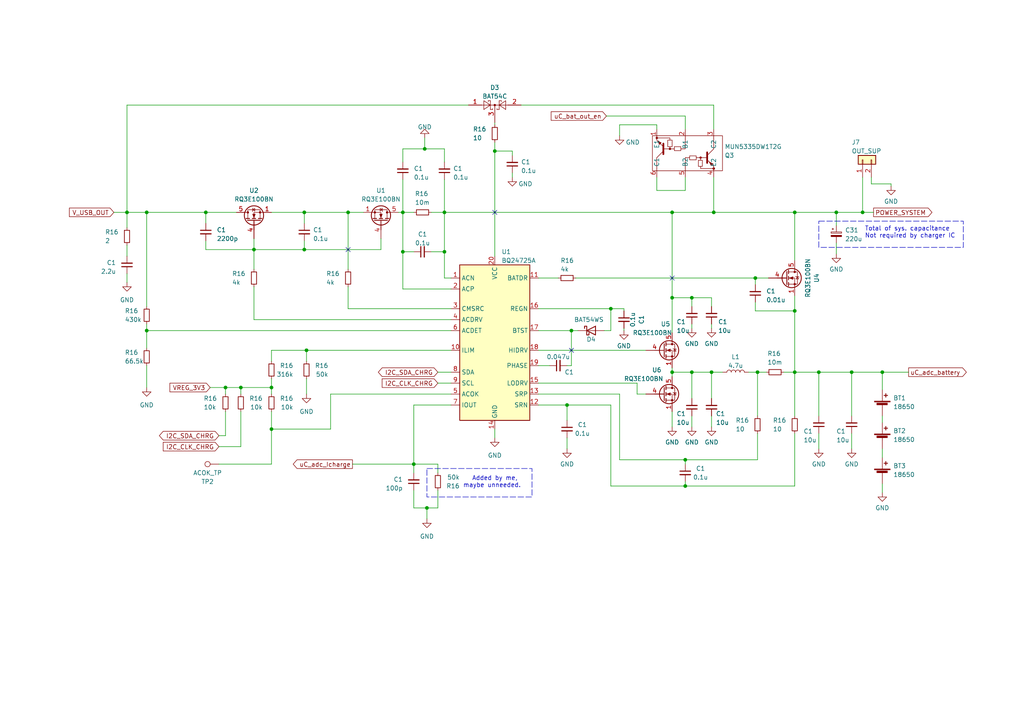
<source format=kicad_sch>
(kicad_sch (version 20230121) (generator eeschema)
  (paper "A4")
  (lib_symbols
    (symbol "BRTs:MUN5335DW1T2G"
      (property "Reference" "Q" (at -10.16 6.35 0))
      (property "Value" "MUN5335DW1T2G" (at -2.54 4.445 0))
      (symbol "MUN5335DW1T2G_0_1"
        (circle (center -30.48 -3.175) (radius 0.254) (fill (type outline)))
        (rectangle (start -27.305 -0.635) (end -26.035 -2.54))
        (circle (center -26.67 0) (radius 0.254) (fill (type outline)))
        (rectangle (start -25.4 0.508) (end -23.495 -0.635))
        (rectangle (start -20.955 3.175) (end -19.05 2.032))
        (rectangle (start -18.415 5.08) (end -17.272 3.302))
        (circle (center -17.78 2.54) (radius 0.254) (fill (type outline)))
        (circle (center -13.97 5.715) (radius 0.284) (fill (type outline)))
        (polyline (pts (xy -30.48 -3.175) (xy -30.48 -2.54)))
        (polyline (pts (xy -28.575 1.524) (xy -28.575 -1.524)) (stroke (width 0.508)))
        (polyline (pts (xy -28.448 0) (xy -25.4 0)))
        (polyline (pts (xy -17.78 3.175) (xy -17.78 2.54)))
        (polyline (pts (xy -16.002 2.54) (xy -19.05 2.54)))
        (polyline (pts (xy -15.875 1.016) (xy -15.875 4.064)) (stroke (width 0.508)))
        (polyline (pts (xy -13.97 5.715) (xy -13.97 5.08)))
        (polyline (pts (xy -26.67 -2.54) (xy -26.67 -3.175) (xy -30.48 -3.175)))
        (polyline (pts (xy -17.78 5.08) (xy -17.78 5.715) (xy -13.97 5.715)))
        (polyline (pts (xy -14.224 4.318) (xy -14.732 4.826) (xy -15.24 3.81) (xy -14.224 4.318) (xy -14.224 4.318)) (fill (type outline)))
      )
      (symbol "MUN5335DW1T2G_1_1"
        (polyline (pts (xy -30.48 5.715) (xy -30.48 2.54)))
        (polyline (pts (xy -28.575 0.635) (xy -30.48 2.54)))
        (polyline (pts (xy -26.67 -0.635) (xy -26.67 0)))
        (polyline (pts (xy -15.875 1.905) (xy -13.97 0)))
        (polyline (pts (xy -13.97 -3.175) (xy -13.97 0)))
        (polyline (pts (xy -28.575 -0.635) (xy -30.48 -2.54) (xy -30.48 -2.54)))
        (polyline (pts (xy -22.225 -3.175) (xy -22.225 0) (xy -23.495 0)))
        (polyline (pts (xy -22.225 5.715) (xy -22.225 2.54) (xy -20.955 2.54)))
        (polyline (pts (xy -15.875 3.175) (xy -13.97 5.08) (xy -13.97 5.08)))
        (polyline (pts (xy -29.21 -1.778) (xy -29.718 -1.27) (xy -30.226 -2.286) (xy -29.21 -1.778) (xy -29.21 -1.778)) (fill (type outline)))
        (polyline (pts (xy -12.7 6.35) (xy -31.75 6.35) (xy -31.75 -3.81) (xy -11.43 -3.81) (xy -11.43 6.35) (xy -12.7 6.35)))
        (pin passive line (at -30.48 -5.715 90) (length 2.54) (name "E1") (number "1"))
        (pin input line (at -22.225 -5.715 90) (length 2.54) (name "B1") (number "2"))
        (pin passive line (at -13.97 -5.715 90) (length 2.54) (name "C2") (number "3"))
        (pin passive line (at -13.97 8.255 270) (length 2.54) (name "E2") (number "4"))
        (pin input line (at -22.225 8.255 270) (length 2.54) (name "B2") (number "5"))
        (pin passive line (at -30.48 8.255 270) (length 2.54) (name "C1") (number "6"))
      )
    )
    (symbol "Connector:TestPoint" (pin_numbers hide) (pin_names (offset 0.762) hide)
      (property "Reference" "TP" (at 0 6.858 0))
      (property "Value" "TestPoint" (at 0 5.08 0))
      (symbol "TestPoint_0_1"
        (circle (center 0 3.302) (radius 0.762))
      )
      (symbol "TestPoint_1_1"
        (pin passive line (at 0 0 90) (length 2.54) (name "1") (number "1"))
      )
    )
    (symbol "Connector_Generic:Conn_01x02" (pin_names (offset 1.016) hide)
      (property "Reference" "J" (at 0 2.54 0))
      (property "Value" "Conn_01x02" (at 0 -5.08 0))
      (symbol "Conn_01x02_1_1"
        (rectangle (start -1.27 -2.413) (end 0 -2.667) (stroke (width 0.1524)))
        (rectangle (start -1.27 0.127) (end 0 -0.127) (stroke (width 0.1524)))
        (rectangle (start -1.27 1.27) (end 1.27 -3.81) (stroke (width 0.254)) (fill (type background)))
        (pin passive line (at -5.08 0 0) (length 3.81) (name "Pin_1") (number "1"))
        (pin passive line (at -5.08 -2.54 0) (length 3.81) (name "Pin_2") (number "2"))
      )
    )
    (symbol "Device:Battery_Cell" (pin_numbers hide) (pin_names (offset 0) hide)
      (property "Reference" "BT" (at 2.54 2.54 0))
      (property "Value" "Battery_Cell" (at 2.54 0 0))
      (symbol "Battery_Cell_0_1"
        (rectangle (start -2.286 1.778) (end 2.286 1.524) (fill (type outline)))
        (rectangle (start -1.5748 1.1938) (end 1.4732 0.6858) (fill (type outline)))
        (polyline (pts (xy 0 0.762) (xy 0 0)))
        (polyline (pts (xy 0 1.778) (xy 0 2.54)))
        (polyline (pts (xy 0.508 3.429) (xy 1.524 3.429)) (stroke (width 0.254)))
        (polyline (pts (xy 1.016 3.937) (xy 1.016 2.921)) (stroke (width 0.254)))
      )
      (symbol "Battery_Cell_1_1"
        (pin passive line (at 0 5.08 270) (length 2.54) (name "+") (number "1"))
        (pin passive line (at 0 -2.54 90) (length 2.54) (name "-") (number "2"))
      )
    )
    (symbol "Device:C_Polarized_Small" (pin_numbers hide) (pin_names (offset 0.254) hide)
      (property "Reference" "C" (at 0.254 1.778 0))
      (property "Value" "C_Polarized_Small" (at 0.254 -2.032 0))
      (symbol "C_Polarized_Small_0_1"
        (rectangle (start -1.524 -0.3048) (end 1.524 -0.6858) (fill (type outline)))
        (rectangle (start -1.524 0.6858) (end 1.524 0.3048))
        (polyline (pts (xy -1.27 1.524) (xy -0.762 1.524)))
        (polyline (pts (xy -1.016 1.27) (xy -1.016 1.778)))
      )
      (symbol "C_Polarized_Small_1_1"
        (pin passive line (at 0 2.54 270) (length 1.8542) (name "~") (number "1"))
        (pin passive line (at 0 -2.54 90) (length 1.8542) (name "~") (number "2"))
      )
    )
    (symbol "Device:C_Small" (pin_numbers hide) (pin_names (offset 0.254) hide)
      (property "Reference" "C" (at 0.254 1.778 0))
      (property "Value" "C_Small" (at 0.254 -2.032 0))
      (symbol "C_Small_0_1"
        (polyline (pts (xy -1.524 -0.508) (xy 1.524 -0.508)) (stroke (width 0.3302)))
        (polyline (pts (xy -1.524 0.508) (xy 1.524 0.508)) (stroke (width 0.3048)))
      )
      (symbol "C_Small_1_1"
        (pin passive line (at 0 2.54 270) (length 2.032) (name "~") (number "1"))
        (pin passive line (at 0 -2.54 90) (length 2.032) (name "~") (number "2"))
      )
    )
    (symbol "Device:D_Schottky" (pin_numbers hide) (pin_names (offset 1.016) hide)
      (property "Reference" "D" (at 0 2.54 0))
      (property "Value" "D_Schottky" (at 0 -2.54 0))
      (symbol "D_Schottky_0_1"
        (polyline (pts (xy 1.27 0) (xy -1.27 0)))
        (polyline (pts (xy 1.27 1.27) (xy 1.27 -1.27) (xy -1.27 0) (xy 1.27 1.27)) (stroke (width 0.254)))
        (polyline (pts (xy -1.905 0.635) (xy -1.905 1.27) (xy -1.27 1.27) (xy -1.27 -1.27) (xy -0.635 -1.27) (xy -0.635 -0.635)) (stroke (width 0.254)))
      )
      (symbol "D_Schottky_1_1"
        (pin passive line (at -3.81 0 0) (length 2.54) (name "K") (number "1"))
        (pin passive line (at 3.81 0 180) (length 2.54) (name "A") (number "2"))
      )
    )
    (symbol "Device:L" (pin_numbers hide) (pin_names (offset 1.016) hide)
      (property "Reference" "L" (at -1.27 0 90))
      (property "Value" "L" (at 1.905 0 90))
      (symbol "L_0_1"
        (arc (start 0 -2.54) (mid 0.6323 -1.905) (end 0 -1.27))
        (arc (start 0 -1.27) (mid 0.6323 -0.635) (end 0 0))
        (arc (start 0 0) (mid 0.6323 0.635) (end 0 1.27))
        (arc (start 0 1.27) (mid 0.6323 1.905) (end 0 2.54))
      )
      (symbol "L_1_1"
        (pin passive line (at 0 3.81 270) (length 1.27) (name "1") (number "1"))
        (pin passive line (at 0 -3.81 90) (length 1.27) (name "2") (number "2"))
      )
    )
    (symbol "Device:R_Small" (pin_numbers hide) (pin_names (offset 0.254) hide)
      (property "Reference" "R" (at 0.762 0.508 0))
      (property "Value" "R_Small" (at 0.762 -1.016 0))
      (symbol "R_Small_0_1"
        (rectangle (start -0.762 1.778) (end 0.762 -1.778) (stroke (width 0.2032)))
      )
      (symbol "R_Small_1_1"
        (pin passive line (at 0 2.54 270) (length 0.762) (name "~") (number "1"))
        (pin passive line (at 0 -2.54 90) (length 0.762) (name "~") (number "2"))
      )
    )
    (symbol "Diode:BAT54C" (pin_names (offset 1.016))
      (property "Reference" "D" (at 0.635 -3.81 0))
      (property "Value" "BAT54C" (at -6.35 3.175 0))
      (symbol "BAT54C_0_1"
        (polyline (pts (xy -1.905 0) (xy 1.905 0)))
        (polyline (pts (xy -1.905 1.27) (xy -1.905 1.016)))
        (polyline (pts (xy -1.27 -1.27) (xy -0.635 -1.27)))
        (polyline (pts (xy -1.27 0) (xy -3.81 0)))
        (polyline (pts (xy -1.27 1.27) (xy -1.905 1.27)))
        (polyline (pts (xy -1.27 1.27) (xy -1.27 -1.27)))
        (polyline (pts (xy -0.635 -1.27) (xy -0.635 -1.016)))
        (polyline (pts (xy 0.635 -1.27) (xy 0.635 -1.016)))
        (polyline (pts (xy 1.27 -1.27) (xy 0.635 -1.27)))
        (polyline (pts (xy 1.27 1.27) (xy 1.27 -1.27)))
        (polyline (pts (xy 1.27 1.27) (xy 1.905 1.27)))
        (polyline (pts (xy 1.905 1.27) (xy 1.905 1.016)))
        (polyline (pts (xy 3.81 0) (xy 1.27 0)))
        (polyline (pts (xy -3.175 -1.27) (xy -3.175 1.27) (xy -1.27 0) (xy -3.175 -1.27)))
        (polyline (pts (xy 3.175 -1.27) (xy 3.175 1.27) (xy 1.27 0) (xy 3.175 -1.27)))
        (circle (center 0 0) (radius 0.254) (fill (type outline)))
      )
      (symbol "BAT54C_1_1"
        (pin passive line (at -7.62 0 0) (length 3.81) (name "~") (number "1"))
        (pin passive line (at 7.62 0 180) (length 3.81) (name "~") (number "2"))
        (pin passive line (at 0 -5.08 90) (length 5.08) (name "~") (number "3"))
      )
    )
    (symbol "RQ3E100BN_1"
      (property "Reference" "U" (at 1.905 3.175 0))
      (property "Value" "RQ3E100BN" (at 6.985 1.27 0))
      (symbol "RQ3E100BN_1_0_1"
        (circle (center -0.889 -1.27) (radius 2.794) (stroke (width 0.254)))
        (circle (center 0 -3.048) (radius 0.254) (fill (type outline)))
        (polyline (pts (xy -2.286 -1.27) (xy -5.08 -1.27)))
        (polyline (pts (xy -2.286 0.635) (xy -2.286 -3.175)) (stroke (width 0.254)))
        (polyline (pts (xy -1.778 -2.54) (xy -1.778 -3.556)) (stroke (width 0.254)))
        (polyline (pts (xy -1.778 -0.762) (xy -1.778 -1.778)) (stroke (width 0.254)))
        (polyline (pts (xy -1.778 1.016) (xy -1.778 0)) (stroke (width 0.254)))
        (polyline (pts (xy 0 1.27) (xy 0 0.508)))
        (polyline (pts (xy 0 -3.81) (xy 0 -1.27) (xy -1.778 -1.27)))
        (polyline (pts (xy -1.778 -3.048) (xy 0.762 -3.048) (xy 0.762 0.508) (xy -1.778 0.508)))
        (polyline (pts (xy -1.524 -1.27) (xy -0.508 -0.889) (xy -0.508 -1.651) (xy -1.524 -1.27)) (fill (type outline)))
        (polyline (pts (xy 0.254 -0.762) (xy 0.381 -0.889) (xy 1.143 -0.889) (xy 1.27 -1.016)))
        (polyline (pts (xy 0.762 -0.889) (xy 0.381 -1.524) (xy 1.143 -1.524) (xy 0.762 -0.889)))
        (circle (center 0 0.508) (radius 0.254) (fill (type outline)))
      )
      (symbol "RQ3E100BN_1_1_1"
        (pin passive line (at 0 -6.35 90) (length 2.54) (name "") (number "1"))
        (pin passive line (at 0 -6.35 90) (length 2.54) hide (name "") (number "2"))
        (pin passive line (at 0 -6.35 90) (length 2.54) hide (name "") (number "3"))
        (pin input line (at -7.62 -1.27 0) (length 5.08) (name "") (number "4"))
        (pin passive line (at 0 3.81 270) (length 2.54) (name "") (number "5"))
      )
    )
    (symbol "TI_battery_management:BQ24725A"
      (property "Reference" "U" (at 5.08 -3.81 0))
      (property "Value" "BQ24725A" (at 9.525 -5.715 0))
      (symbol "BQ24725A_0_1"
        (rectangle (start -10.16 -7.62) (end 10.16 -52.705) (stroke (width 0.254)) (fill (type background)))
      )
      (symbol "BQ24725A_1_1"
        (pin input line (at -12.7 -11.43 0) (length 2.54) (name "ACN") (number "1"))
        (pin input line (at -12.7 -32.385 0) (length 2.54) (name "ILIM") (number "10"))
        (pin input line (at 12.7 -11.43 180) (length 2.54) (name "BATDR") (number "11"))
        (pin input line (at 12.7 -48.26 180) (length 2.54) (name "SRN") (number "12"))
        (pin input line (at 12.7 -45.085 180) (length 2.54) (name "SRP") (number "13"))
        (pin input line (at 0 -55.245 90) (length 2.54) (name "GND") (number "14"))
        (pin input line (at 12.7 -41.91 180) (length 2.54) (name "LODRV") (number "15"))
        (pin input line (at 12.7 -20.32 180) (length 2.54) (name "REGN") (number "16"))
        (pin input line (at 12.7 -26.67 180) (length 2.54) (name "BTST") (number "17"))
        (pin input line (at 12.7 -32.385 180) (length 2.54) (name "HIDRV") (number "18"))
        (pin input line (at 12.7 -36.83 180) (length 2.54) (name "PHASE") (number "19"))
        (pin input line (at -12.7 -14.605 0) (length 2.54) (name "ACP") (number "2"))
        (pin input line (at 0 -5.08 270) (length 2.54) (name "VCC") (number "20"))
        (pin passive line (at 0 -55.245 90) (length 2.54) hide (name "GND-PAD") (number "21"))
        (pin input line (at -12.7 -20.32 0) (length 2.54) (name "CMSRC") (number "3"))
        (pin input line (at -12.7 -23.495 0) (length 2.54) (name "ACDRV") (number "4"))
        (pin input line (at -12.7 -45.085 0) (length 2.54) (name "ACOK") (number "5"))
        (pin input line (at -12.7 -26.67 0) (length 2.54) (name "ACDET") (number "6"))
        (pin input line (at -12.7 -48.26 0) (length 2.54) (name "IOUT") (number "7"))
        (pin input line (at -12.7 -38.735 0) (length 2.54) (name "SDA") (number "8"))
        (pin input line (at -12.7 -41.91 0) (length 2.54) (name "SCL") (number "9"))
      )
    )
    (symbol "User_MOSFET:RQ3E100BN"
      (property "Reference" "U" (at 1.905 3.175 0))
      (property "Value" "RQ3E100BN" (at 6.985 1.27 0))
      (symbol "RQ3E100BN_0_1"
        (circle (center -0.889 -1.27) (radius 2.794) (stroke (width 0.254)))
        (circle (center 0 -3.048) (radius 0.254) (fill (type outline)))
        (polyline (pts (xy -2.286 -1.27) (xy -5.08 -1.27)))
        (polyline (pts (xy -2.286 0.635) (xy -2.286 -3.175)) (stroke (width 0.254)))
        (polyline (pts (xy -1.778 -2.54) (xy -1.778 -3.556)) (stroke (width 0.254)))
        (polyline (pts (xy -1.778 -0.762) (xy -1.778 -1.778)) (stroke (width 0.254)))
        (polyline (pts (xy -1.778 1.016) (xy -1.778 0)) (stroke (width 0.254)))
        (polyline (pts (xy 0 1.27) (xy 0 0.508)))
        (polyline (pts (xy 0 -3.81) (xy 0 -1.27) (xy -1.778 -1.27)))
        (polyline (pts (xy -1.778 -3.048) (xy 0.762 -3.048) (xy 0.762 0.508) (xy -1.778 0.508)))
        (polyline (pts (xy -1.524 -1.27) (xy -0.508 -0.889) (xy -0.508 -1.651) (xy -1.524 -1.27)) (fill (type outline)))
        (polyline (pts (xy 0.254 -0.762) (xy 0.381 -0.889) (xy 1.143 -0.889) (xy 1.27 -1.016)))
        (polyline (pts (xy 0.762 -0.889) (xy 0.381 -1.524) (xy 1.143 -1.524) (xy 0.762 -0.889)))
        (circle (center 0 0.508) (radius 0.254) (fill (type outline)))
      )
      (symbol "RQ3E100BN_1_1"
        (pin passive line (at 0 -6.35 90) (length 2.54) (name "") (number "1"))
        (pin passive line (at 0 -6.35 90) (length 2.54) hide (name "") (number "2"))
        (pin passive line (at 0 -6.35 90) (length 2.54) hide (name "") (number "3"))
        (pin input line (at -7.62 -1.27 0) (length 5.08) (name "") (number "4"))
        (pin passive line (at 0 3.81 270) (length 2.54) (name "") (number "5"))
      )
    )
    (symbol "power:GND" (power) (pin_names (offset 0))
      (property "Value" "GND" (at 0 -3.81 0))
      (symbol "GND_0_1"
        (polyline (pts (xy 0 0) (xy 0 -1.27) (xy 1.27 -1.27) (xy 0 -2.54) (xy -1.27 -1.27) (xy 0 -1.27)))
      )
      (symbol "GND_1_1"
        (pin power_in line (at 0 0 270) (length 0) hide (name "GND") (number "1"))
      )
    )
  )
  (junction (at 237.49 107.95))
  (junction (at 42.545 61.595))
  (junction (at 194.945 107.95))
  (junction (at 230.505 61.595))
  (junction (at 219.075 80.645))
  (junction (at 123.19 43.18))
  (junction (at 206.375 107.95))
  (junction (at 165.735 95.885))
  (junction (at 78.74 124.46))
  (junction (at 177.165 89.535))
  (junction (at 194.945 86.36))
  (junction (at 230.505 90.17))
  (junction (at 200.66 86.36))
  (junction (at 120.015 134.62))
  (junction (at 242.57 61.595))
  (junction (at 88.265 61.595))
  (junction (at 219.71 107.95))
  (junction (at 73.66 72.39))
  (junction (at 88.265 72.39))
  (junction (at 143.51 43.815))
  (junction (at 123.825 147.32))
  (junction (at 116.84 73.025))
  (junction (at 78.74 112.395))
  (junction (at 69.85 112.395))
  (junction (at 59.69 61.595))
  (junction (at 194.945 61.595))
  (junction (at 247.015 107.95))
  (junction (at 198.755 133.35))
  (junction (at 255.905 107.95))
  (junction (at 207.01 61.595))
  (junction (at 42.545 95.885))
  (junction (at 230.505 107.95))
  (junction (at 250.19 61.595))
  (junction (at 100.965 61.595))
  (junction (at 36.83 61.595))
  (junction (at 198.755 140.97))
  (junction (at 116.84 61.595))
  (junction (at 200.66 107.95))
  (junction (at 128.905 73.025))
  (junction (at 65.405 112.395))
  (junction (at 88.9 101.6))
  (junction (at 164.465 117.475))
  (junction (at 128.905 61.595))
  (no_connect (at 100.965 72.39))
  (no_connect (at 143.51 61.595))
  (no_connect (at 165.735 101.6))
  (no_connect (at 194.945 80.645))
  (wire (pts (xy 36.83 79.375) (xy 36.83 81.915)))
  (wire (pts (xy 128.905 52.07) (xy 128.905 61.595)))
  (wire (pts (xy 143.51 124.46) (xy 143.51 127)))
  (wire (pts (xy 222.25 107.95) (xy 219.71 107.95)))
  (wire (pts (xy 165.735 95.885) (xy 167.64 95.885)))
  (wire (pts (xy 78.74 124.46) (xy 78.74 119.38)))
  (wire (pts (xy 73.66 83.185) (xy 73.66 92.71)))
  (wire (pts (xy 230.505 140.97) (xy 230.505 125.73)))
  (wire (pts (xy 128.905 61.595) (xy 125.095 61.595)))
  (wire (pts (xy 167.005 80.645) (xy 219.075 80.645)))
  (wire (pts (xy 128.905 80.645) (xy 128.905 73.025)))
  (wire (pts (xy 88.265 61.595) (xy 100.965 61.595)))
  (wire (pts (xy 130.81 117.475) (xy 120.015 117.475)))
  (wire (pts (xy 242.57 61.595) (xy 250.19 61.595)))
  (wire (pts (xy 237.49 125.73) (xy 237.49 130.175)))
  (wire (pts (xy 250.19 51.435) (xy 250.19 61.595)))
  (wire (pts (xy 127 111.125) (xy 130.81 111.125)))
  (wire (pts (xy 194.945 61.595) (xy 207.01 61.595)))
  (wire (pts (xy 88.9 101.6) (xy 88.9 104.775)))
  (wire (pts (xy 230.505 61.595) (xy 242.57 61.595)))
  (wire (pts (xy 59.69 61.595) (xy 59.69 64.77)))
  (wire (pts (xy 78.74 61.595) (xy 88.265 61.595)))
  (wire (pts (xy 156.21 101.6) (xy 187.325 101.6)))
  (wire (pts (xy 206.375 86.36) (xy 200.66 86.36)))
  (wire (pts (xy 207.01 37.465) (xy 207.01 30.48)))
  (wire (pts (xy 88.265 69.85) (xy 88.265 72.39)))
  (wire (pts (xy 127 142.24) (xy 127 147.32)))
  (wire (pts (xy 123.19 40.005) (xy 123.19 43.18)))
  (wire (pts (xy 116.84 43.18) (xy 123.19 43.18)))
  (wire (pts (xy 88.9 101.6) (xy 130.81 101.6)))
  (wire (pts (xy 164.465 106.045) (xy 165.735 106.045)))
  (wire (pts (xy 148.59 45.085) (xy 148.59 43.815)))
  (wire (pts (xy 125.095 73.025) (xy 128.905 73.025)))
  (wire (pts (xy 206.375 107.95) (xy 206.375 115.57)))
  (wire (pts (xy 258.445 53.34) (xy 258.445 53.975)))
  (wire (pts (xy 33.02 61.595) (xy 36.83 61.595)))
  (wire (pts (xy 219.075 87.63) (xy 219.075 90.17)))
  (wire (pts (xy 222.885 80.645) (xy 219.075 80.645)))
  (wire (pts (xy 120.015 134.62) (xy 120.015 137.16)))
  (wire (pts (xy 255.905 107.95) (xy 255.905 113.03)))
  (wire (pts (xy 250.19 61.595) (xy 253.365 61.595)))
  (wire (pts (xy 175.26 95.885) (xy 177.165 95.885)))
  (wire (pts (xy 190.5 36.195) (xy 190.5 37.465)))
  (wire (pts (xy 120.015 142.24) (xy 120.015 147.32)))
  (wire (pts (xy 116.84 61.595) (xy 115.57 61.595)))
  (wire (pts (xy 78.74 134.62) (xy 78.74 124.46)))
  (wire (pts (xy 198.755 133.35) (xy 179.705 133.35)))
  (wire (pts (xy 164.465 130.175) (xy 164.465 127)))
  (wire (pts (xy 123.19 43.18) (xy 128.905 43.18)))
  (wire (pts (xy 177.165 117.475) (xy 177.165 140.97)))
  (wire (pts (xy 206.375 120.65) (xy 206.375 123.825)))
  (wire (pts (xy 60.96 112.395) (xy 65.405 112.395)))
  (wire (pts (xy 128.905 61.595) (xy 194.945 61.595)))
  (wire (pts (xy 120.015 134.62) (xy 102.235 134.62)))
  (wire (pts (xy 128.905 43.18) (xy 128.905 46.99)))
  (wire (pts (xy 164.465 121.92) (xy 164.465 117.475)))
  (wire (pts (xy 255.905 140.335) (xy 255.905 142.875)))
  (wire (pts (xy 116.84 73.025) (xy 116.84 83.82)))
  (wire (pts (xy 230.505 90.17) (xy 230.505 85.725)))
  (wire (pts (xy 237.49 107.95) (xy 237.49 120.65)))
  (wire (pts (xy 65.405 112.395) (xy 65.405 114.3)))
  (wire (pts (xy 123.825 147.32) (xy 123.825 150.495)))
  (wire (pts (xy 247.015 107.95) (xy 255.905 107.95)))
  (wire (pts (xy 237.49 107.95) (xy 247.015 107.95)))
  (wire (pts (xy 179.705 114.3) (xy 156.21 114.3)))
  (wire (pts (xy 128.905 73.025) (xy 128.905 61.595)))
  (wire (pts (xy 200.66 120.65) (xy 200.66 123.825)))
  (wire (pts (xy 88.9 109.855) (xy 88.9 114.3)))
  (wire (pts (xy 63.5 129.54) (xy 69.85 129.54)))
  (wire (pts (xy 206.375 88.9) (xy 206.375 86.36)))
  (wire (pts (xy 230.505 120.65) (xy 230.505 107.95)))
  (wire (pts (xy 242.57 61.595) (xy 242.57 65.405)))
  (wire (pts (xy 156.21 111.125) (xy 184.785 111.125)))
  (wire (pts (xy 42.545 95.885) (xy 130.81 95.885)))
  (wire (pts (xy 194.945 106.68) (xy 194.945 107.95)))
  (wire (pts (xy 143.51 35.56) (xy 143.51 36.195)))
  (wire (pts (xy 73.66 72.39) (xy 88.265 72.39)))
  (wire (pts (xy 156.21 80.645) (xy 161.925 80.645)))
  (wire (pts (xy 219.075 80.645) (xy 219.075 82.55)))
  (wire (pts (xy 110.49 72.39) (xy 110.49 69.215)))
  (wire (pts (xy 130.81 114.3) (xy 95.885 114.3)))
  (wire (pts (xy 116.84 61.595) (xy 116.84 73.025)))
  (wire (pts (xy 230.505 90.17) (xy 230.505 107.95)))
  (wire (pts (xy 242.57 70.485) (xy 242.57 73.66)))
  (wire (pts (xy 180.975 90.17) (xy 180.975 89.535)))
  (wire (pts (xy 148.59 43.815) (xy 143.51 43.815)))
  (wire (pts (xy 95.885 114.3) (xy 95.885 124.46)))
  (wire (pts (xy 65.405 126.365) (xy 65.405 119.38)))
  (wire (pts (xy 116.84 52.07) (xy 116.84 61.595)))
  (wire (pts (xy 200.66 86.36) (xy 194.945 86.36)))
  (wire (pts (xy 198.755 140.97) (xy 230.505 140.97)))
  (wire (pts (xy 78.74 114.3) (xy 78.74 112.395)))
  (wire (pts (xy 100.965 89.535) (xy 100.965 83.185)))
  (wire (pts (xy 59.69 72.39) (xy 73.66 72.39)))
  (wire (pts (xy 120.015 61.595) (xy 116.84 61.595)))
  (wire (pts (xy 88.265 61.595) (xy 88.265 64.77)))
  (wire (pts (xy 63.5 134.62) (xy 78.74 134.62)))
  (wire (pts (xy 42.545 61.595) (xy 42.545 88.9)))
  (wire (pts (xy 69.85 112.395) (xy 78.74 112.395)))
  (wire (pts (xy 230.505 61.595) (xy 230.505 75.565)))
  (wire (pts (xy 177.165 95.885) (xy 177.165 89.535)))
  (wire (pts (xy 230.505 107.95) (xy 237.49 107.95)))
  (wire (pts (xy 65.405 112.395) (xy 69.85 112.395)))
  (wire (pts (xy 36.83 30.48) (xy 36.83 61.595)))
  (wire (pts (xy 78.74 101.6) (xy 88.9 101.6)))
  (wire (pts (xy 100.965 61.595) (xy 105.41 61.595)))
  (wire (pts (xy 78.74 112.395) (xy 78.74 109.855)))
  (wire (pts (xy 177.165 89.535) (xy 180.975 89.535)))
  (wire (pts (xy 73.66 69.215) (xy 73.66 72.39)))
  (wire (pts (xy 206.375 95.25) (xy 206.375 93.98)))
  (wire (pts (xy 200.66 88.9) (xy 200.66 86.36)))
  (wire (pts (xy 116.84 46.99) (xy 116.84 43.18)))
  (wire (pts (xy 198.755 133.35) (xy 198.755 134.62)))
  (wire (pts (xy 200.66 93.98) (xy 200.66 95.25)))
  (wire (pts (xy 165.735 106.045) (xy 165.735 95.885)))
  (wire (pts (xy 69.85 129.54) (xy 69.85 119.38)))
  (wire (pts (xy 127 134.62) (xy 127 137.16)))
  (wire (pts (xy 219.71 125.73) (xy 219.71 133.35)))
  (wire (pts (xy 42.545 61.595) (xy 59.69 61.595)))
  (wire (pts (xy 200.66 107.95) (xy 206.375 107.95)))
  (wire (pts (xy 42.545 95.885) (xy 42.545 100.965)))
  (wire (pts (xy 194.945 86.36) (xy 194.945 96.52)))
  (wire (pts (xy 88.265 72.39) (xy 110.49 72.39)))
  (wire (pts (xy 198.755 139.7) (xy 198.755 140.97)))
  (wire (pts (xy 219.71 107.95) (xy 219.71 120.65)))
  (wire (pts (xy 164.465 117.475) (xy 177.165 117.475)))
  (wire (pts (xy 69.85 112.395) (xy 69.85 114.3)))
  (wire (pts (xy 207.01 51.435) (xy 207.01 61.595)))
  (wire (pts (xy 63.5 126.365) (xy 65.405 126.365)))
  (wire (pts (xy 127 107.95) (xy 130.81 107.95)))
  (wire (pts (xy 100.965 78.105) (xy 100.965 61.595)))
  (wire (pts (xy 156.21 89.535) (xy 177.165 89.535)))
  (wire (pts (xy 156.21 117.475) (xy 164.465 117.475)))
  (wire (pts (xy 252.73 51.435) (xy 252.73 53.34)))
  (wire (pts (xy 184.785 114.3) (xy 187.325 114.3)))
  (wire (pts (xy 247.015 120.65) (xy 247.015 107.95)))
  (wire (pts (xy 143.51 41.275) (xy 143.51 43.815)))
  (wire (pts (xy 184.785 111.125) (xy 184.785 114.3)))
  (wire (pts (xy 123.825 147.32) (xy 120.015 147.32)))
  (wire (pts (xy 255.905 130.175) (xy 255.905 132.715)))
  (wire (pts (xy 219.075 90.17) (xy 230.505 90.17)))
  (wire (pts (xy 180.975 95.25) (xy 180.975 95.885)))
  (wire (pts (xy 73.66 72.39) (xy 73.66 78.105)))
  (wire (pts (xy 179.705 36.195) (xy 190.5 36.195)))
  (wire (pts (xy 255.905 107.95) (xy 263.525 107.95)))
  (wire (pts (xy 198.755 55.245) (xy 190.5 55.245)))
  (wire (pts (xy 198.755 33.655) (xy 175.895 33.655)))
  (wire (pts (xy 179.705 39.37) (xy 179.705 36.195)))
  (wire (pts (xy 207.01 30.48) (xy 151.13 30.48)))
  (wire (pts (xy 198.755 37.465) (xy 198.755 33.655)))
  (wire (pts (xy 194.945 119.38) (xy 194.945 123.825)))
  (wire (pts (xy 179.705 133.35) (xy 179.705 114.3)))
  (wire (pts (xy 143.51 43.815) (xy 143.51 74.295)))
  (wire (pts (xy 120.015 134.62) (xy 127 134.62)))
  (wire (pts (xy 130.81 89.535) (xy 100.965 89.535)))
  (wire (pts (xy 130.81 80.645) (xy 128.905 80.645)))
  (wire (pts (xy 190.5 51.435) (xy 190.5 55.245)))
  (wire (pts (xy 194.945 61.595) (xy 194.945 86.36)))
  (wire (pts (xy 156.21 95.885) (xy 165.735 95.885)))
  (wire (pts (xy 135.89 30.48) (xy 36.83 30.48)))
  (wire (pts (xy 116.84 73.025) (xy 120.015 73.025)))
  (wire (pts (xy 59.69 61.595) (xy 68.58 61.595)))
  (wire (pts (xy 247.015 130.175) (xy 247.015 125.73)))
  (wire (pts (xy 123.825 147.32) (xy 127 147.32)))
  (wire (pts (xy 36.83 61.595) (xy 42.545 61.595)))
  (wire (pts (xy 156.21 106.045) (xy 159.385 106.045)))
  (wire (pts (xy 120.015 117.475) (xy 120.015 134.62)))
  (wire (pts (xy 42.545 93.98) (xy 42.545 95.885)))
  (wire (pts (xy 59.69 69.85) (xy 59.69 72.39)))
  (wire (pts (xy 42.545 106.045) (xy 42.545 112.395)))
  (wire (pts (xy 255.905 120.65) (xy 255.905 122.555)))
  (wire (pts (xy 73.66 92.71) (xy 130.81 92.71)))
  (wire (pts (xy 200.66 107.95) (xy 200.66 115.57)))
  (wire (pts (xy 177.165 140.97) (xy 198.755 140.97)))
  (wire (pts (xy 194.945 107.95) (xy 194.945 109.22)))
  (wire (pts (xy 219.71 133.35) (xy 198.755 133.35)))
  (wire (pts (xy 116.84 83.82) (xy 130.81 83.82)))
  (wire (pts (xy 198.755 51.435) (xy 198.755 55.245)))
  (wire (pts (xy 207.01 61.595) (xy 230.505 61.595)))
  (wire (pts (xy 148.59 51.435) (xy 148.59 50.165)))
  (wire (pts (xy 95.885 124.46) (xy 78.74 124.46)))
  (wire (pts (xy 230.505 107.95) (xy 227.33 107.95)))
  (wire (pts (xy 78.74 104.775) (xy 78.74 101.6)))
  (wire (pts (xy 206.375 107.95) (xy 209.55 107.95)))
  (wire (pts (xy 36.83 61.595) (xy 36.83 66.04)))
  (wire (pts (xy 36.83 71.12) (xy 36.83 74.295)))
  (wire (pts (xy 194.945 107.95) (xy 200.66 107.95)))
  (wire (pts (xy 217.17 107.95) (xy 219.71 107.95)))
  (wire (pts (xy 252.73 53.34) (xy 258.445 53.34)))
  (rectangle (start 123.825 135.89) (end 154.305 144.145) (stroke (width 0) (type dash)))
  (rectangle (start 237.49 64.135) (end 279.4 71.755) (stroke (width 0) (type dash)))
  (text "Total of sys. capacitance\nNot required by charger IC" (at 250.825 69.215 0) (effects (font (size 1.27 1.27)) (justify left bottom)))
  (text "Added by me, \nmaybe unneeded." (at 151.13 141.605 0) (effects (font (size 1.27 1.27)) (justify right bottom)))
  (global_label "I2C_SDA_CHRG" (shape bidirectional) (at 127 107.95 180) (property "Intersheetrefs" "${INTERSHEET_REFS}" (effects hide)))
  (global_label "I2C_CLK_CHRG" (shape input) (at 127 111.125 180) (property "Intersheetrefs" "${INTERSHEET_REFS}" (effects hide)))
  (global_label "uC_adc_battery" (shape output) (at 263.525 107.95 0) (property "Intersheetrefs" "${INTERSHEET_REFS}" (effects hide)))
  (global_label "VREG_3V3" (shape input) (at 60.96 112.395 180) (property "Intersheetrefs" "${INTERSHEET_REFS}" (effects hide)))
  (global_label "uC_adc_Icharge" (shape output) (at 102.235 134.62 180) (property "Intersheetrefs" "${INTERSHEET_REFS}" (effects hide)))
  (global_label "I2C_SDA_CHRG" (shape bidirectional) (at 63.5 126.365 180) (property "Intersheetrefs" "${INTERSHEET_REFS}" (effects hide)))
  (global_label "V_USB_OUT" (shape input) (at 33.02 61.595 180) (property "Intersheetrefs" "${INTERSHEET_REFS}" (effects hide)))
  (global_label "uC_bat_out_en" (shape input) (at 175.895 33.655 180) (property "Intersheetrefs" "${INTERSHEET_REFS}" (effects hide)))
  (global_label "I2C_CLK_CHRG" (shape input) (at 63.5 129.54 180) (property "Intersheetrefs" "${INTERSHEET_REFS}" (effects hide)))
  (global_label "POWER_SYSTEM" (shape output) (at 253.365 61.595 0) (property "Intersheetrefs" "${INTERSHEET_REFS}" (effects hide)))
  (symbol (lib_id "Device:C_Small") (at 164.465 124.46 0) (unit 1)
    (property "Reference" "C1" (at 168.91 123.19 0))
    (property "Value" "0.1u" (at 168.91 125.73 0))
    (property "Footprint" "Capacitor_SMD:C_0805_2012Metric_Pad1.18x1.45mm_HandSolder" (effects hide))
    (instances (project "battery_charging_devboard" (path "" (reference "C1") (unit 1)) (path "" (reference "C28") (unit 1))))
  )
  (symbol (lib_id "Device:C_Small") (at 122.555 73.025 90) (unit 1)
    (property "Reference" "C1" (at 122.5613 67.945 90))
    (property "Value" "0.1u" (at 122.5613 70.485 90))
    (property "Footprint" "Capacitor_SMD:C_0805_2012Metric_Pad1.18x1.45mm_HandSolder" (effects hide))
    (instances (project "battery_charging_devboard" (path "" (reference "C1") (unit 1)) (path "" (reference "C13") (unit 1))))
  )
  (symbol (lib_id "Device:R_Small") (at 122.555 61.595 270) (unit 1)
    (property "Reference" "R16" (at 120.3325 56.1975 90) (effects (justify left)))
    (property "Value" "10m" (at 120.3325 58.7375 90) (effects (justify left)))
    (property "Footprint" "Resistor_SMD:R_1206_3216Metric_Pad1.30x1.75mm_HandSolder" (effects hide))
    (property "Datasheet" "https://www.eaton.com/content/dam/eaton/products/electronic-components/resources/data-sheet/eaton-mfl-smd-current-sense-resistor-metal-film-data-sheet-elx1181.pdf" (effects hide))
    (property "Vendor" "https://www.mouser.com/ProductDetail/Bussmann-Eaton/MFL1206R0100FS?qs=sGAEpiMZZMvdGkrng054t2cqbZCzJY7NqIXvYDLFFDaJT7MYtp5bkA%3D%3D" (effects hide))
    (property "Price" "0.15" (effects hide))
    (instances (project "battery_charging_devboard" (path "" (reference "R16") (unit 1)) (path "" (reference "R10") (unit 1))))
  )
  (symbol (lib_id "Device:R_Small") (at 224.79 107.95 270) (unit 1)
    (property "Reference" "R16" (at 222.5675 102.5525 90) (effects (justify left)))
    (property "Value" "10m" (at 222.5675 105.0925 90) (effects (justify left)))
    (property "Footprint" "Resistor_SMD:R_1206_3216Metric_Pad1.30x1.75mm_HandSolder" (effects hide))
    (property "Datasheet" "https://www.eaton.com/content/dam/eaton/products/electronic-components/resources/data-sheet/eaton-mfl-smd-current-sense-resistor-metal-film-data-sheet-elx1181.pdf" (effects hide))
    (property "Vendor" "https://www.mouser.com/ProductDetail/Bussmann-Eaton/MFL1206R0100FS?qs=sGAEpiMZZMvdGkrng054t2cqbZCzJY7NqIXvYDLFFDaJT7MYtp5bkA%3D%3D" (effects hide))
    (property "Price" "0.15" (effects hide))
    (instances (project "battery_charging_devboard" (path "" (reference "R16") (unit 1)) (path "" (reference "R12") (unit 1))))
  )
  (symbol (lib_id "Device:R_Small") (at 78.74 116.84 0) (mirror y) (unit 1)
    (property "Reference" "R16" (at 85.09 115.57 0) (effects (justify left)))
    (property "Value" "10k" (at 85.09 118.11 0) (effects (justify left)))
    (property "Footprint" "Resistor_SMD:R_0805_2012Metric_Pad1.20x1.40mm_HandSolder" (effects hide))
    (instances (project "battery_charging_devboard" (path "" (reference "R16") (unit 1)) (path "" (reference "R25") (unit 1))))
  )
  (symbol (lib_id "power:GND") (at 206.375 95.25 0) (unit 1)
    (property "Reference" "#PWR026" (effects hide))
    (property "Value" "GND" (at 206.375 99.695 0))
  )
  (symbol (lib_id "Device:C_Small") (at 198.755 137.16 0) (unit 1)
    (property "Reference" "C1" (at 203.2 135.89 0))
    (property "Value" "0.1u" (at 203.2 138.43 0))
    (property "Footprint" "Capacitor_SMD:C_0805_2012Metric_Pad1.18x1.45mm_HandSolder" (effects hide))
    (instances (project "battery_charging_devboard" (path "" (reference "C1") (unit 1)) (path "" (reference "C12") (unit 1))))
  )
  (symbol (lib_id "Connector_Generic:Conn_01x02") (at 250.19 46.355 90) (unit 1)
    (property "Reference" "J7" (at 247.015 41.275 90) (effects (justify right)))
    (property "Value" "OUT_SUP" (at 247.015 43.815 90) (effects (justify right)))
    (property "Footprint" "Connector_PinHeader_2.54mm:PinHeader_1x02_P2.54mm_Vertical" (effects hide))
  )
  (symbol (lib_id "BRTs:MUN5335DW1T2G") (at 220.98 43.18 0) (mirror x) (unit 1)
    (property "Reference" "Q3" (at 210.185 45.085 0) (effects (justify left)))
    (property "Value" "MUN5335DW1T2G" (at 210.185 42.545 0) (effects (justify left)))
    (property "Footprint" "Package_TO_SOT_SMD:SOT-363_SC-70-6_Handsoldering" (effects hide))
    (property "Datasheet" "https://www.mouser.com/datasheet/2/308/1/DTC123JP_D-2311252.pdf" (effects hide))
    (property "Vendor" "https://www.mouser.com/ProductDetail/onsemi/MUN5335DW1T2G?qs=Gev%252BmEvV0ibQS1roQsXG0Q%3D%3D" (effects hide))
    (property "Price" "0.25" (effects hide))
  )
  (symbol (lib_id "power:GND") (at 180.975 95.885 0) (unit 1)
    (property "Reference" "#PWR020" (effects hide))
    (property "Value" "GND" (at 180.975 100.33 0))
  )
  (symbol (lib_name "RQ3E100BN_1") (lib_id "User_MOSFET:RQ3E100BN") (at 72.39 61.595 90) (unit 1)
    (property "Reference" "U2" (at 73.66 55.245 90))
    (property "Value" "RQ3E100BN" (at 73.66 57.785 90))
    (property "Footprint" "User_Mosfet:HSMT8" (effects hide))
    (property "Datasheet" "https://www.mouser.com/datasheet/2/348/ROHM_S_A0009370623_1-2562931.pdf" (effects hide))
    (property "Vendor" "https://www.mouser.com/ProductDetail/ROHM-Semiconductor/RQ3E100BNTB?qs=npTsUczJOtO8HxsK5LUjOw%3D%3D" (effects hide))
    (property "Price" "0.3" (effects hide))
  )
  (symbol (lib_id "TI_battery_management:BQ24725A") (at 143.51 69.215 0) (unit 1)
    (property "Reference" "U1" (at 145.4659 73.025 0) (effects (justify left)))
    (property "Value" "BQ24725A" (at 145.4659 75.565 0) (effects (justify left)))
    (property "Footprint" "Package_DFN_QFN:Texas_S-PVQFN-N20_EP2.4x2.4mm" (effects hide))
    (property "Datasheet" "https://www.ti.com/lit/ds/symlink/bq24725a.pdf?HQS=dis-mous-null-mousermode-dsf-pf-null-wwe&ts=1696086489420&ref_url=https%253A%252F%252Fwww.mouser.co.uk%252F" (effects hide))
    (property "Vendor" "https://www.mouser.com/ProductDetail/Texas-Instruments/BQ24725ARGRR?qs=wqKrPCMdR%252BaY3f%2FZIDhYvQ%3D%3D" (effects hide))
    (property "Price" "2.9" (effects hide))
    (instances (project "battery_charging_devboard" (path "" (reference "U1") (unit 1)) (path "" (reference "U3") (unit 1))))
  )
  (symbol (lib_id "Device:D_Schottky") (at 171.45 95.885 0) (unit 1)
    (property "Reference" "D4" (at 171.45 98.425 0))
    (property "Value" "BAT54WS" (at 170.815 92.71 0))
    (property "Footprint" "Diode_SMD:D_SOD-323_HandSoldering" (effects hide))
    (property "Datasheet" "https://www.mouser.com/datasheet/2/115/DIOD_S_A0004140728_1-2542383.pdf" (effects hide))
    (property "Vendor" "https://www.mouser.com/ProductDetail/Diodes-Incorporated/BAT54WS-7-F?qs=BJo294706GxanB6a%2FKrrdw%3D%3D" (effects hide))
    (property "Price" "0.08" (effects hide))
  )
  (symbol (lib_id "User_MOSFET:RQ3E100BN") (at 111.76 61.595 270) (mirror x) (unit 1)
    (property "Reference" "U1" (at 110.49 55.245 90))
    (property "Value" "RQ3E100BN" (at 110.49 57.785 90))
    (property "Footprint" "User_Mosfet:HSMT8" (effects hide))
    (property "Datasheet" "https://www.mouser.com/datasheet/2/348/ROHM_S_A0009370623_1-2562931.pdf" (effects hide))
    (property "Vendor" "https://www.mouser.com/ProductDetail/ROHM-Semiconductor/RQ3E100BNTB?qs=npTsUczJOtO8HxsK5LUjOw%3D%3D" (effects hide))
    (property "Price" "0.3" (effects hide))
  )
  (symbol (lib_id "Device:R_Small") (at 36.83 68.58 0) (unit 1)
    (property "Reference" "R16" (at 30.48 67.31 0) (effects (justify left)))
    (property "Value" "2" (at 30.48 69.85 0) (effects (justify left)))
    (property "Footprint" "Resistor_SMD:R_0805_2012Metric_Pad1.20x1.40mm_HandSolder" (effects hide))
    (instances (project "battery_charging_devboard" (path "" (reference "R16") (unit 1)) (path "" (reference "R6") (unit 1))))
  )
  (symbol (lib_id "power:GND") (at 247.015 130.175 0) (unit 1)
    (property "Reference" "#PWR023" (effects hide))
    (property "Value" "GND" (at 247.015 134.62 0))
  )
  (symbol (lib_id "power:GND") (at 88.9 114.3 0) (unit 1)
    (property "Reference" "#PWR016" (effects hide))
    (property "Value" "GND" (at 88.9 119.38 0))
  )
  (symbol (lib_id "Device:C_Small") (at 148.59 47.625 180) (unit 1)
    (property "Reference" "C1" (at 151.13 46.9836 0) (effects (justify right)))
    (property "Value" "0.1u" (at 151.13 49.5236 0) (effects (justify right)))
    (property "Footprint" "Capacitor_SMD:C_0805_2012Metric_Pad1.18x1.45mm_HandSolder" (effects hide))
    (instances (project "battery_charging_devboard" (path "" (reference "C1") (unit 1)) (path "" (reference "C15") (unit 1))))
  )
  (symbol (lib_id "Device:R_Small") (at 65.405 116.84 0) (unit 1)
    (property "Reference" "R16" (at 59.055 115.57 0) (effects (justify left)))
    (property "Value" "10k" (at 59.055 118.11 0) (effects (justify left)))
    (property "Footprint" "Resistor_SMD:R_0805_2012Metric_Pad1.20x1.40mm_HandSolder" (effects hide))
    (instances (project "battery_charging_devboard" (path "" (reference "R16") (unit 1)) (path "" (reference "R35") (unit 1))))
  )
  (symbol (lib_id "Device:R_Small") (at 73.66 80.645 0) (unit 1)
    (property "Reference" "R16" (at 67.31 79.375 0) (effects (justify left)))
    (property "Value" "4k" (at 67.31 81.915 0) (effects (justify left)))
    (property "Footprint" "Resistor_SMD:R_0805_2012Metric_Pad1.20x1.40mm_HandSolder" (effects hide))
    (instances (project "battery_charging_devboard" (path "" (reference "R16") (unit 1)) (path "" (reference "R8") (unit 1))))
  )
  (symbol (lib_id "Device:R_Small") (at 219.71 123.19 0) (unit 1)
    (property "Reference" "R16" (at 213.36 121.92 0) (effects (justify left)))
    (property "Value" "10" (at 213.36 124.46 0) (effects (justify left)))
    (property "Footprint" "Resistor_SMD:R_0805_2012Metric_Pad1.20x1.40mm_HandSolder" (effects hide))
    (instances (project "battery_charging_devboard" (path "" (reference "R16") (unit 1)) (path "" (reference "R11") (unit 1))))
  )
  (symbol (lib_id "Device:C_Small") (at 200.66 118.11 180) (unit 1)
    (property "Reference" "C1" (at 196.215 120.015 0) (effects (justify right)))
    (property "Value" "10u" (at 196.215 122.555 0) (effects (justify right)))
    (property "Footprint" "Capacitor_SMD:C_1206_3216Metric_Pad1.33x1.80mm_HandSolder" (effects hide))
    (property "Datasheet" "https://www.mouser.com/datasheet/2/585/MLCC-1837944.pdf" (effects hide))
    (property "Vendor" "https://www.mouser.com/ProductDetail/Samsung-Electro-Mechanics/CL31B106KAHNFNE?qs=xZ%2FP%252Ba9zWqbvZ%2FuLWvQDdQ%3D%3D" (effects hide))
    (property "Price" "0.09" (effects hide))
    (instances (project "battery_charging_devboard" (path "" (reference "C1") (unit 1)) (path "" (reference "C17") (unit 1))))
  )
  (symbol (lib_id "User_MOSFET:RQ3E100BN") (at 230.505 79.375 0) (unit 1)
    (property "Reference" "U4" (at 236.855 80.645 90))
    (property "Value" "RQ3E100BN" (at 234.315 80.645 90))
    (property "Footprint" "User_Mosfet:HSMT8" (effects hide))
    (property "Datasheet" "https://www.mouser.com/datasheet/2/348/ROHM_S_A0009370623_1-2562931.pdf" (effects hide))
    (property "Vendor" "https://www.mouser.com/ProductDetail/ROHM-Semiconductor/RQ3E100BNTB?qs=npTsUczJOtO8HxsK5LUjOw%3D%3D" (effects hide))
    (property "Price" "0.3" (effects hide))
  )
  (symbol (lib_id "Connector:TestPoint") (at 63.5 134.62 90) (mirror x) (unit 1)
    (property "Reference" "TP2" (at 60.198 139.7 90))
    (property "Value" "ACOK_TP" (at 60.198 137.16 90))
    (property "Footprint" "TestPoint:TestPoint_Pad_2.5x2.5mm" (effects hide))
  )
  (symbol (lib_id "Device:C_Small") (at 180.975 92.71 0) (unit 1)
    (property "Reference" "C1" (at 186.055 92.7163 90))
    (property "Value" "0.1u" (at 183.515 92.7163 90))
    (property "Footprint" "Capacitor_SMD:C_0805_2012Metric_Pad1.18x1.45mm_HandSolder" (effects hide))
    (instances (project "battery_charging_devboard" (path "" (reference "C1") (unit 1)) (path "" (reference "C11") (unit 1))))
  )
  (symbol (lib_id "Diode:BAT54C") (at 143.51 30.48 0) (unit 1)
    (property "Reference" "D3" (at 143.51 25.4 0))
    (property "Value" "BAT54C" (at 143.51 27.94 0))
    (property "Footprint" "Package_TO_SOT_SMD:SOT-23" (effects hide))
    (property "Datasheet" "http://www.diodes.com/_files/datasheets/ds11005.pdf" (effects hide))
  )
  (symbol (lib_id "Device:C_Small") (at 200.66 91.44 180) (unit 1)
    (property "Reference" "C1" (at 196.215 93.345 0) (effects (justify right)))
    (property "Value" "10u" (at 196.215 95.885 0) (effects (justify right)))
    (property "Footprint" "Capacitor_SMD:C_1206_3216Metric_Pad1.33x1.80mm_HandSolder" (effects hide))
    (property "Datasheet" "https://www.mouser.com/datasheet/2/585/MLCC-1837944.pdf" (effects hide))
    (property "Vendor" "https://www.mouser.com/ProductDetail/Samsung-Electro-Mechanics/CL31B106KAHNFNE?qs=xZ%2FP%252Ba9zWqbvZ%2FuLWvQDdQ%3D%3D" (effects hide))
    (property "Price" "0.09" (effects hide))
    (instances (project "battery_charging_devboard" (path "" (reference "C1") (unit 1)) (path "" (reference "C20") (unit 1))))
  )
  (symbol (lib_id "Device:C_Small") (at 219.075 85.09 180) (unit 1)
    (property "Reference" "C1" (at 222.25 84.4486 0) (effects (justify right)))
    (property "Value" "0.01u" (at 222.25 86.9886 0) (effects (justify right)))
    (property "Footprint" "Capacitor_SMD:C_0805_2012Metric_Pad1.18x1.45mm_HandSolder" (effects hide))
    (instances (project "battery_charging_devboard" (path "" (reference "C1") (unit 1)) (path "" (reference "C26") (unit 1))))
  )
  (symbol (lib_id "Device:C_Small") (at 237.49 123.19 180) (unit 1)
    (property "Reference" "C1" (at 233.045 125.095 0) (effects (justify right)))
    (property "Value" "10u" (at 233.045 127.635 0) (effects (justify right)))
    (property "Footprint" "Capacitor_SMD:C_1206_3216Metric_Pad1.33x1.80mm_HandSolder" (effects hide))
    (property "Datasheet" "https://www.mouser.com/datasheet/2/585/MLCC-1837944.pdf" (effects hide))
    (property "Vendor" "https://www.mouser.com/ProductDetail/Samsung-Electro-Mechanics/CL31B106KAHNFNE?qs=xZ%2FP%252Ba9zWqbvZ%2FuLWvQDdQ%3D%3D" (effects hide))
    (property "Price" "0.09" (effects hide))
    (instances (project "battery_charging_devboard" (path "" (reference "C1") (unit 1)) (path "" (reference "C22") (unit 1))))
  )
  (symbol (lib_id "Device:C_Small") (at 120.015 139.7 0) (mirror x) (unit 1)
    (property "Reference" "C1" (at 116.84 139.0586 0) (effects (justify right)))
    (property "Value" "100p" (at 116.84 141.5986 0) (effects (justify right)))
    (property "Footprint" "Capacitor_SMD:C_0805_2012Metric_Pad1.18x1.45mm_HandSolder" (effects hide))
    (instances (project "battery_charging_devboard" (path "" (reference "C1") (unit 1)) (path "" (reference "C25") (unit 1))))
  )
  (symbol (lib_id "Device:R_Small") (at 42.545 103.505 0) (unit 1)
    (property "Reference" "R16" (at 36.195 102.235 0) (effects (justify left)))
    (property "Value" "66.5k" (at 36.195 104.775 0) (effects (justify left)))
    (property "Footprint" "Resistor_SMD:R_0805_2012Metric_Pad1.20x1.40mm_HandSolder" (effects hide))
    (instances (project "battery_charging_devboard" (path "" (reference "R16") (unit 1)) (path "" (reference "R32") (unit 1))))
  )
  (symbol (lib_id "power:GND") (at 206.375 123.825 0) (unit 1)
    (property "Reference" "#PWR044" (effects hide))
    (property "Value" "GND" (at 206.375 128.27 0))
  )
  (symbol (lib_id "Device:C_Small") (at 116.84 49.53 180) (unit 1)
    (property "Reference" "C1" (at 120.015 48.8886 0) (effects (justify right)))
    (property "Value" "0.1u" (at 120.015 51.4286 0) (effects (justify right)))
    (property "Footprint" "Capacitor_SMD:C_0805_2012Metric_Pad1.18x1.45mm_HandSolder" (effects hide))
    (instances (project "battery_charging_devboard" (path "" (reference "C1") (unit 1)) (path "" (reference "C6") (unit 1))))
  )
  (symbol (lib_id "power:GND") (at 164.465 130.175 0) (unit 1)
    (property "Reference" "#PWR024" (effects hide))
    (property "Value" "GND" (at 164.465 134.62 0))
  )
  (symbol (lib_id "power:GND") (at 200.66 95.25 0) (unit 1)
    (property "Reference" "#PWR025" (effects hide))
    (property "Value" "GND" (at 200.66 99.695 0))
  )
  (symbol (lib_id "Device:C_Polarized_Small") (at 242.57 67.945 0) (unit 1)
    (property "Reference" "C31" (at 245.11 66.7639 0) (effects (justify left)))
    (property "Value" "220u" (at 245.11 69.3039 0) (effects (justify left)))
    (property "Footprint" "Capacitor_SMD:CP_Elec_8x10" (effects hide))
    (property "Datasheet" "https://www.mouser.com/datasheet/2/293/e_uwt-1847810.pdf" (effects hide))
    (property "Vendor" "https://www.mouser.com/ProductDetail/Nichicon/UWT1V221MNL1GS?qs=sGAEpiMZZMsh%252B1woXyUXjzKRwB7vaIkdiKvqkEwXie8%3D" (effects hide))
    (property "Price" "0.286" (effects hide))
  )
  (symbol (lib_id "power:GND") (at 42.545 112.395 0) (unit 1)
    (property "Reference" "#PWR013" (effects hide))
    (property "Value" "GND" (at 42.545 117.475 0))
  )
  (symbol (lib_id "Device:R_Small") (at 100.965 80.645 0) (unit 1)
    (property "Reference" "R16" (at 94.615 79.375 0) (effects (justify left)))
    (property "Value" "4k" (at 94.615 81.915 0) (effects (justify left)))
    (property "Footprint" "Resistor_SMD:R_0805_2012Metric_Pad1.20x1.40mm_HandSolder" (effects hide))
    (instances (project "battery_charging_devboard" (path "" (reference "R16") (unit 1)) (path "" (reference "R7") (unit 1))))
  )
  (symbol (lib_id "User_MOSFET:RQ3E100BN") (at 194.945 100.33 0) (unit 1)
    (property "Reference" "U5" (at 193.04 93.98 0))
    (property "Value" "RQ3E100BN" (at 189.23 96.52 0))
    (property "Footprint" "User_Mosfet:HSMT8" (effects hide))
    (property "Datasheet" "https://www.mouser.com/datasheet/2/348/ROHM_S_A0009370623_1-2562931.pdf" (effects hide))
    (property "Vendor" "https://www.mouser.com/ProductDetail/ROHM-Semiconductor/RQ3E100BNTB?qs=npTsUczJOtO8HxsK5LUjOw%3D%3D" (effects hide))
    (property "Price" "0.3" (effects hide))
  )
  (symbol (lib_id "Device:R_Small") (at 164.465 80.645 270) (unit 1)
    (property "Reference" "R16" (at 162.56 75.565 90) (effects (justify left)))
    (property "Value" "4k" (at 162.56 78.105 90) (effects (justify left)))
    (property "Footprint" "Resistor_SMD:R_0805_2012Metric_Pad1.20x1.40mm_HandSolder" (effects hide))
    (instances (project "battery_charging_devboard" (path "" (reference "R16") (unit 1)) (path "" (reference "R33") (unit 1))))
  )
  (symbol (lib_id "power:GND") (at 258.445 53.975 0) (unit 1)
    (property "Reference" "#PWR027" (effects hide))
    (property "Value" "GND" (at 258.445 58.42 0))
  )
  (symbol (lib_id "power:GND") (at 255.905 142.875 0) (unit 1)
    (property "Reference" "#PWR046" (effects hide))
    (property "Value" "GND" (at 255.905 147.32 0))
  )
  (symbol (lib_id "Device:R_Small") (at 78.74 107.315 0) (mirror y) (unit 1)
    (property "Reference" "R16" (at 85.09 106.045 0) (effects (justify left)))
    (property "Value" "316k" (at 85.09 108.585 0) (effects (justify left)))
    (property "Footprint" "Resistor_SMD:R_0805_2012Metric_Pad1.20x1.40mm_HandSolder" (effects hide))
    (instances (project "battery_charging_devboard" (path "" (reference "R16") (unit 1)) (path "" (reference "R30") (unit 1))))
  )
  (symbol (lib_id "Device:R_Small") (at 69.85 116.84 0) (mirror y) (unit 1)
    (property "Reference" "R16" (at 76.2 115.57 0) (effects (justify left)))
    (property "Value" "10k" (at 76.2 118.11 0) (effects (justify left)))
    (property "Footprint" "Resistor_SMD:R_0805_2012Metric_Pad1.20x1.40mm_HandSolder" (effects hide))
    (instances (project "battery_charging_devboard" (path "" (reference "R16") (unit 1)) (path "" (reference "R37") (unit 1))))
  )
  (symbol (lib_id "power:GND") (at 36.83 81.915 0) (unit 1)
    (property "Reference" "#PWR015" (effects hide))
    (property "Value" "GND" (at 36.83 86.995 0))
  )
  (symbol (lib_id "Device:C_Small") (at 206.375 91.44 180) (unit 1)
    (property "Reference" "C1" (at 208.28 93.345 0) (effects (justify right)))
    (property "Value" "10u" (at 208.28 95.885 0) (effects (justify right)))
    (property "Footprint" "Capacitor_SMD:C_1206_3216Metric_Pad1.33x1.80mm_HandSolder" (effects hide))
    (property "Datasheet" "https://www.mouser.com/datasheet/2/585/MLCC-1837944.pdf" (effects hide))
    (property "Vendor" "https://www.mouser.com/ProductDetail/Samsung-Electro-Mechanics/CL31B106KAHNFNE?qs=xZ%2FP%252Ba9zWqbvZ%2FuLWvQDdQ%3D%3D" (effects hide))
    (property "Price" "0.09" (effects hide))
    (instances (project "battery_charging_devboard" (path "" (reference "C1") (unit 1)) (path "" (reference "C18") (unit 1))))
  )
  (symbol (lib_id "power:GND") (at 194.945 123.825 0) (unit 1)
    (property "Reference" "#PWR021" (effects hide))
    (property "Value" "GND" (at 194.945 128.27 0))
  )
  (symbol (lib_id "power:GND") (at 200.66 123.825 0) (unit 1)
    (property "Reference" "#PWR043" (effects hide))
    (property "Value" "GND" (at 200.66 128.27 0))
  )
  (symbol (lib_id "Device:Battery_Cell") (at 255.905 137.795 0) (unit 1)
    (property "Reference" "BT3" (at 259.08 135.128 0) (effects (justify left)))
    (property "Value" "18650" (at 259.08 137.668 0) (effects (justify left)))
    (property "Footprint" "User_Battery:Battery_18650" (effects hide))
  )
  (symbol (lib_id "Device:R_Small") (at 88.9 107.315 0) (mirror y) (unit 1)
    (property "Reference" "R16" (at 95.25 106.045 0) (effects (justify left)))
    (property "Value" "50k" (at 95.25 108.585 0) (effects (justify left)))
    (property "Footprint" "Resistor_SMD:R_0805_2012Metric_Pad1.20x1.40mm_HandSolder" (effects hide))
    (instances (project "battery_charging_devboard" (path "" (reference "R16") (unit 1)) (path "" (reference "R36") (unit 1))))
  )
  (symbol (lib_id "Device:C_Small") (at 161.925 106.045 90) (unit 1)
    (property "Reference" "C1" (at 165.1 107.95 90))
    (property "Value" "0.047u" (at 161.9313 103.505 90))
    (property "Footprint" "Capacitor_SMD:C_0805_2012Metric_Pad1.18x1.45mm_HandSolder" (effects hide))
    (instances (project "battery_charging_devboard" (path "" (reference "C1") (unit 1)) (path "" (reference "C16") (unit 1))))
  )
  (symbol (lib_id "Device:R_Small") (at 230.505 123.19 0) (unit 1)
    (property "Reference" "R16" (at 224.155 121.92 0) (effects (justify left)))
    (property "Value" "10" (at 224.155 124.46 0) (effects (justify left)))
    (property "Footprint" "Resistor_SMD:R_0805_2012Metric_Pad1.20x1.40mm_HandSolder" (effects hide))
    (instances (project "battery_charging_devboard" (path "" (reference "R16") (unit 1)) (path "" (reference "R29") (unit 1))))
  )
  (symbol (lib_id "power:GND") (at 237.49 130.175 0) (unit 1)
    (property "Reference" "#PWR022" (effects hide))
    (property "Value" "GND" (at 237.49 134.62 0))
  )
  (symbol (lib_id "power:GND") (at 143.51 127 0) (unit 1)
    (property "Reference" "#PWR018" (effects hide))
    (property "Value" "GND" (at 143.51 132.08 0))
  )
  (symbol (lib_id "Device:C_Small") (at 88.265 67.31 0) (unit 1)
    (property "Reference" "C1" (at 90.805 66.6813 0) (effects (justify left)))
    (property "Value" "0.1u" (at 90.805 69.2213 0) (effects (justify left)))
    (property "Footprint" "Capacitor_SMD:C_0805_2012Metric_Pad1.18x1.45mm_HandSolder" (effects hide))
    (instances (project "battery_charging_devboard" (path "" (reference "C1") (unit 1)) (path "" (reference "C10") (unit 1))))
  )
  (symbol (lib_id "power:GND") (at 242.57 73.66 0) (unit 1)
    (property "Reference" "#PWR042" (effects hide))
    (property "Value" "GND" (at 242.57 78.105 0))
  )
  (symbol (lib_id "Device:C_Small") (at 247.015 123.19 180) (unit 1)
    (property "Reference" "C1" (at 242.57 125.095 0) (effects (justify right)))
    (property "Value" "10u" (at 242.57 127.635 0) (effects (justify right)))
    (property "Footprint" "Capacitor_SMD:C_1206_3216Metric_Pad1.33x1.80mm_HandSolder" (effects hide))
    (property "Datasheet" "https://www.mouser.com/datasheet/2/585/MLCC-1837944.pdf" (effects hide))
    (property "Vendor" "https://www.mouser.com/ProductDetail/Samsung-Electro-Mechanics/CL31B106KAHNFNE?qs=xZ%2FP%252Ba9zWqbvZ%2FuLWvQDdQ%3D%3D" (effects hide))
    (property "Price" "0.09" (effects hide))
    (instances (project "battery_charging_devboard" (path "" (reference "C1") (unit 1)) (path "" (reference "C21") (unit 1))))
  )
  (symbol (lib_id "power:GND") (at 123.825 150.495 0) (unit 1)
    (property "Reference" "#PWR017" (effects hide))
    (property "Value" "GND" (at 123.825 155.575 0))
  )
  (symbol (lib_id "Device:R_Small") (at 127 139.7 180) (unit 1)
    (property "Reference" "R16" (at 133.35 140.97 0) (effects (justify left)))
    (property "Value" "50k" (at 133.35 138.43 0) (effects (justify left)))
    (property "Footprint" "Resistor_SMD:R_0805_2012Metric_Pad1.20x1.40mm_HandSolder" (effects hide))
    (instances (project "battery_charging_devboard" (path "" (reference "R16") (unit 1)) (path "" (reference "R34") (unit 1))))
  )
  (symbol (lib_id "Device:C_Small") (at 206.375 118.11 180) (unit 1)
    (property "Reference" "C1" (at 207.645 120.015 0) (effects (justify right)))
    (property "Value" "10u" (at 207.645 122.555 0) (effects (justify right)))
    (property "Footprint" "Capacitor_SMD:C_1206_3216Metric_Pad1.33x1.80mm_HandSolder" (effects hide))
    (property "Datasheet" "https://www.mouser.com/datasheet/2/585/MLCC-1837944.pdf" (effects hide))
    (property "Vendor" "https://www.mouser.com/ProductDetail/Samsung-Electro-Mechanics/CL31B106KAHNFNE?qs=xZ%2FP%252Ba9zWqbvZ%2FuLWvQDdQ%3D%3D" (effects hide))
    (property "Price" "0.09" (effects hide))
    (instances (project "battery_charging_devboard" (path "" (reference "C1") (unit 1)) (path "" (reference "C19") (unit 1))))
  )
  (symbol (lib_id "Device:C_Small") (at 59.69 67.31 0) (unit 1)
    (property "Reference" "C1" (at 62.865 66.6813 0) (effects (justify left)))
    (property "Value" "2200p" (at 62.865 69.2213 0) (effects (justify left)))
    (property "Footprint" "Capacitor_SMD:C_0805_2012Metric_Pad1.18x1.45mm_HandSolder" (effects hide))
    (instances (project "battery_charging_devboard" (path "" (reference "C1") (unit 1)) (path "" (reference "C7") (unit 1))))
  )
  (symbol (lib_id "power:GND") (at 123.19 40.005 180) (unit 1)
    (property "Reference" "#PWR014" (effects hide))
    (property "Value" "GND" (at 123.19 36.83 0))
  )
  (symbol (lib_id "power:GND") (at 179.705 39.37 0) (unit 1)
    (property "Reference" "#PWR041" (effects hide))
    (property "Value" "GND" (at 183.515 41.275 0))
  )
  (symbol (lib_id "Device:C_Small") (at 36.83 76.835 0) (mirror x) (unit 1)
    (property "Reference" "C1" (at 33.655 76.1936 0) (effects (justify right)))
    (property "Value" "2.2u" (at 33.655 78.7336 0) (effects (justify right)))
    (property "Footprint" "Capacitor_SMD:C_0805_2012Metric_Pad1.18x1.45mm_HandSolder" (effects hide))
    (instances (project "battery_charging_devboard" (path "" (reference "C1") (unit 1)) (path "" (reference "C9") (unit 1))))
  )
  (symbol (lib_id "User_MOSFET:RQ3E100BN") (at 194.945 113.03 0) (unit 1)
    (property "Reference" "U6" (at 190.5 107.315 0))
    (property "Value" "RQ3E100BN" (at 186.69 109.855 0))
    (property "Footprint" "User_Mosfet:HSMT8" (effects hide))
    (property "Datasheet" "https://www.mouser.com/datasheet/2/348/ROHM_S_A0009370623_1-2562931.pdf" (effects hide))
    (property "Vendor" "https://www.mouser.com/ProductDetail/ROHM-Semiconductor/RQ3E100BNTB?qs=npTsUczJOtO8HxsK5LUjOw%3D%3D" (effects hide))
    (property "Price" "0.3" (effects hide))
  )
  (symbol (lib_id "Device:R_Small") (at 42.545 91.44 0) (unit 1)
    (property "Reference" "R16" (at 36.195 90.17 0) (effects (justify left)))
    (property "Value" "430k" (at 36.195 92.71 0) (effects (justify left)))
    (property "Footprint" "Resistor_SMD:R_0805_2012Metric_Pad1.20x1.40mm_HandSolder" (effects hide))
    (instances (project "battery_charging_devboard" (path "" (reference "R16") (unit 1)) (path "" (reference "R31") (unit 1))))
  )
  (symbol (lib_id "Device:C_Small") (at 128.905 49.53 180) (unit 1)
    (property "Reference" "C1" (at 131.445 48.8886 0) (effects (justify right)))
    (property "Value" "0.1u" (at 131.445 51.4286 0) (effects (justify right)))
    (property "Footprint" "Capacitor_SMD:C_0805_2012Metric_Pad1.18x1.45mm_HandSolder" (effects hide))
    (instances (project "battery_charging_devboard" (path "" (reference "C1") (unit 1)) (path "" (reference "C14") (unit 1))))
  )
  (symbol (lib_id "Device:L") (at 213.36 107.95 90) (unit 1)
    (property "Reference" "L1" (at 213.36 103.505 90))
    (property "Value" "4.7u" (at 213.36 106.045 90))
    (property "Footprint" "Inductor_SMD:L_Bourns_SRN8040TA" (effects hide))
    (property "Datasheet" "https://www.mouser.com/datasheet/2/54/srn8040ta-1391519.pdf" (effects hide))
    (property "Vendor" "https://www.mouser.com/ProductDetail/Bourns/SRN8040TA-4R7M?qs=Vt59ZOdFuWY5hsZr6KKjGg%3D%3D" (effects hide))
    (property "Price" "0.38" (effects hide))
  )
  (symbol (lib_id "Device:R_Small") (at 143.51 38.735 0) (unit 1)
    (property "Reference" "R16" (at 137.16 37.465 0) (effects (justify left)))
    (property "Value" "10" (at 137.16 40.005 0) (effects (justify left)))
    (property "Footprint" "Resistor_SMD:R_0805_2012Metric_Pad1.20x1.40mm_HandSolder" (effects hide))
    (instances (project "battery_charging_devboard" (path "" (reference "R16") (unit 1)) (path "" (reference "R9") (unit 1))))
  )
  (symbol (lib_id "Device:Battery_Cell") (at 255.905 118.11 0) (unit 1)
    (property "Reference" "BT1" (at 259.08 115.443 0) (effects (justify left)))
    (property "Value" "18650" (at 259.08 117.983 0) (effects (justify left)))
    (property "Footprint" "User_Battery:Battery_18650" (effects hide))
  )
  (symbol (lib_id "Device:Battery_Cell") (at 255.905 127.635 0) (unit 1)
    (property "Reference" "BT2" (at 259.08 124.968 0) (effects (justify left)))
    (property "Value" "18650" (at 259.08 127.508 0) (effects (justify left)))
    (property "Footprint" "User_Battery:Battery_18650" (effects hide))
  )
  (symbol (lib_id "power:GND") (at 148.59 51.435 0) (unit 1)
    (property "Reference" "#PWR019" (effects hide))
    (property "Value" "GND" (at 152.4 53.34 0))
  )
)
</source>
